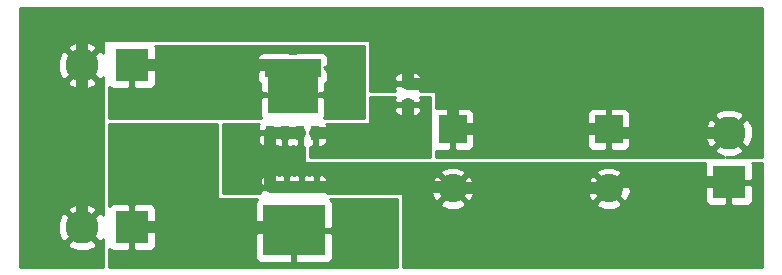
<source format=gbr>
G04 #@! TF.FileFunction,Copper,L1,Top,Signal*
%FSLAX46Y46*%
G04 Gerber Fmt 4.6, Leading zero omitted, Abs format (unit mm)*
G04 Created by KiCad (PCBNEW 4.0.7-e2-6376~58~ubuntu16.04.1) date Mon Dec 18 14:35:32 2017*
%MOMM*%
%LPD*%
G01*
G04 APERTURE LIST*
%ADD10C,0.100000*%
%ADD11R,2.800000X2.800000*%
%ADD12C,2.800000*%
%ADD13R,0.900000X0.600000*%
%ADD14R,0.600000X0.900000*%
%ADD15R,0.700000X1.150000*%
%ADD16R,4.700000X1.550000*%
%ADD17R,4.200000X3.300000*%
%ADD18R,0.620000X0.950000*%
%ADD19R,5.350000X4.330000*%
%ADD20R,1.000000X0.670000*%
%ADD21R,2.400000X2.400000*%
%ADD22C,2.400000*%
%ADD23C,1.000000*%
%ADD24C,0.254000*%
G04 APERTURE END LIST*
D10*
D11*
X99822000Y-71374000D03*
D12*
X95622000Y-71374000D03*
D11*
X99822000Y-85090000D03*
D12*
X95622000Y-85090000D03*
D11*
X150368000Y-81280000D03*
D12*
X150368000Y-77080000D03*
D13*
X112286000Y-74074000D03*
X112286000Y-74924000D03*
X112286000Y-73224000D03*
X114586000Y-74074000D03*
X114586000Y-74924000D03*
X114586000Y-73224000D03*
X113436000Y-73224000D03*
X113436000Y-74924000D03*
D14*
X111556000Y-71374000D03*
X115316000Y-71374000D03*
X112836000Y-71374000D03*
D15*
X112796000Y-77094000D03*
X111526000Y-77094000D03*
X114076000Y-77094000D03*
D16*
X113436000Y-71624000D03*
D17*
X113436000Y-73824000D03*
D15*
X115346000Y-77094000D03*
D14*
X114036000Y-71374000D03*
D13*
X113436000Y-74074000D03*
D18*
X115443000Y-81694000D03*
X114173000Y-81694000D03*
X112903000Y-81694000D03*
X111633000Y-81694000D03*
D19*
X113538000Y-85344000D03*
D20*
X123190000Y-74676000D03*
X123190000Y-72926000D03*
D21*
X127000000Y-76788000D03*
D22*
X127000000Y-81788000D03*
D21*
X140208000Y-76788000D03*
D22*
X140208000Y-81788000D03*
D23*
X113436000Y-71624000D02*
X113436000Y-73824000D01*
X99822000Y-71374000D02*
X113186000Y-71374000D01*
X113186000Y-71374000D02*
X113436000Y-71624000D01*
X126266000Y-72926000D02*
X127000000Y-73660000D01*
X127000000Y-73660000D02*
X127000000Y-76788000D01*
X123190000Y-72926000D02*
X126266000Y-72926000D01*
X140208000Y-76788000D02*
X138008000Y-76788000D01*
X138008000Y-76788000D02*
X127000000Y-76788000D01*
X150368000Y-77080000D02*
X140500000Y-77080000D01*
X140500000Y-77080000D02*
X140208000Y-76788000D01*
X95622000Y-85090000D02*
X95622000Y-83110102D01*
X95622000Y-83110102D02*
X95622000Y-71374000D01*
X95622000Y-71374000D02*
X95622000Y-69394102D01*
X95622000Y-69394102D02*
X97960102Y-67056000D01*
X97960102Y-67056000D02*
X118655000Y-67056000D01*
X118655000Y-67056000D02*
X123190000Y-71591000D01*
X123190000Y-71591000D02*
X123190000Y-72926000D01*
X99822000Y-85090000D02*
X113284000Y-85090000D01*
X113284000Y-85090000D02*
X113538000Y-85344000D01*
X115443000Y-81694000D02*
X126906000Y-81694000D01*
X126906000Y-81694000D02*
X127000000Y-81788000D01*
X140208000Y-81788000D02*
X138510944Y-81788000D01*
X138510944Y-81788000D02*
X127000000Y-81788000D01*
X150368000Y-81280000D02*
X140716000Y-81280000D01*
X140716000Y-81280000D02*
X140208000Y-81788000D01*
X114173000Y-81694000D02*
X115443000Y-81694000D01*
X112903000Y-81694000D02*
X114173000Y-81694000D01*
X111633000Y-81694000D02*
X112903000Y-81694000D01*
X111526000Y-77094000D02*
X111526000Y-81587000D01*
X111526000Y-81587000D02*
X111633000Y-81694000D01*
X112796000Y-77094000D02*
X111526000Y-77094000D01*
X114076000Y-77094000D02*
X112796000Y-77094000D01*
X115346000Y-77094000D02*
X122107000Y-77094000D01*
X122107000Y-77094000D02*
X123190000Y-76011000D01*
X123190000Y-76011000D02*
X123190000Y-74676000D01*
D24*
G36*
X153214000Y-79121000D02*
X150117443Y-79121000D01*
X150817409Y-79105614D01*
X151482545Y-78830106D01*
X151630118Y-78521724D01*
X150368000Y-77259605D01*
X149105882Y-78521724D01*
X149253455Y-78830106D01*
X150001844Y-79121000D01*
X125603000Y-79121000D01*
X125603000Y-78593719D01*
X125673690Y-78623000D01*
X126714250Y-78623000D01*
X126873000Y-78464250D01*
X126873000Y-76915000D01*
X127127000Y-76915000D01*
X127127000Y-78464250D01*
X127285750Y-78623000D01*
X128326310Y-78623000D01*
X128559699Y-78526327D01*
X128738327Y-78347698D01*
X128835000Y-78114309D01*
X128835000Y-77073750D01*
X138373000Y-77073750D01*
X138373000Y-78114309D01*
X138469673Y-78347698D01*
X138648301Y-78526327D01*
X138881690Y-78623000D01*
X139922250Y-78623000D01*
X140081000Y-78464250D01*
X140081000Y-76915000D01*
X140335000Y-76915000D01*
X140335000Y-78464250D01*
X140493750Y-78623000D01*
X141534310Y-78623000D01*
X141767699Y-78526327D01*
X141946327Y-78347698D01*
X142043000Y-78114309D01*
X142043000Y-77073750D01*
X141884250Y-76915000D01*
X140335000Y-76915000D01*
X140081000Y-76915000D01*
X138531750Y-76915000D01*
X138373000Y-77073750D01*
X128835000Y-77073750D01*
X128676250Y-76915000D01*
X127127000Y-76915000D01*
X126873000Y-76915000D01*
X126853000Y-76915000D01*
X126853000Y-76720031D01*
X148324595Y-76720031D01*
X148342386Y-77529409D01*
X148617894Y-78194545D01*
X148926276Y-78342118D01*
X150188395Y-77080000D01*
X150547605Y-77080000D01*
X151809724Y-78342118D01*
X152118106Y-78194545D01*
X152411405Y-77439969D01*
X152393614Y-76630591D01*
X152118106Y-75965455D01*
X151809724Y-75817882D01*
X150547605Y-77080000D01*
X150188395Y-77080000D01*
X148926276Y-75817882D01*
X148617894Y-75965455D01*
X148324595Y-76720031D01*
X126853000Y-76720031D01*
X126853000Y-76661000D01*
X126873000Y-76661000D01*
X126873000Y-75111750D01*
X127127000Y-75111750D01*
X127127000Y-76661000D01*
X128676250Y-76661000D01*
X128835000Y-76502250D01*
X128835000Y-75461691D01*
X138373000Y-75461691D01*
X138373000Y-76502250D01*
X138531750Y-76661000D01*
X140081000Y-76661000D01*
X140081000Y-75111750D01*
X140335000Y-75111750D01*
X140335000Y-76661000D01*
X141884250Y-76661000D01*
X142043000Y-76502250D01*
X142043000Y-75638276D01*
X149105882Y-75638276D01*
X150368000Y-76900395D01*
X151630118Y-75638276D01*
X151482545Y-75329894D01*
X150727969Y-75036595D01*
X149918591Y-75054386D01*
X149253455Y-75329894D01*
X149105882Y-75638276D01*
X142043000Y-75638276D01*
X142043000Y-75461691D01*
X141946327Y-75228302D01*
X141767699Y-75049673D01*
X141534310Y-74953000D01*
X140493750Y-74953000D01*
X140335000Y-75111750D01*
X140081000Y-75111750D01*
X139922250Y-74953000D01*
X138881690Y-74953000D01*
X138648301Y-75049673D01*
X138469673Y-75228302D01*
X138373000Y-75461691D01*
X128835000Y-75461691D01*
X128738327Y-75228302D01*
X128559699Y-75049673D01*
X128326310Y-74953000D01*
X127285750Y-74953000D01*
X127127000Y-75111750D01*
X126873000Y-75111750D01*
X126714250Y-74953000D01*
X125673690Y-74953000D01*
X125603000Y-74982281D01*
X125603000Y-73660000D01*
X125592994Y-73610590D01*
X125564553Y-73568965D01*
X125522159Y-73541685D01*
X125476000Y-73533000D01*
X124264653Y-73533000D01*
X124325000Y-73387309D01*
X124325000Y-73211750D01*
X124166250Y-73053000D01*
X123317000Y-73053000D01*
X123317000Y-73073000D01*
X123063000Y-73073000D01*
X123063000Y-73053000D01*
X122213750Y-73053000D01*
X122055000Y-73211750D01*
X122055000Y-73387309D01*
X122115347Y-73533000D01*
X120015000Y-73533000D01*
X120015000Y-72464691D01*
X122055000Y-72464691D01*
X122055000Y-72640250D01*
X122213750Y-72799000D01*
X123063000Y-72799000D01*
X123063000Y-72114750D01*
X123317000Y-72114750D01*
X123317000Y-72799000D01*
X124166250Y-72799000D01*
X124325000Y-72640250D01*
X124325000Y-72464691D01*
X124228327Y-72231302D01*
X124049699Y-72052673D01*
X123816310Y-71956000D01*
X123475750Y-71956000D01*
X123317000Y-72114750D01*
X123063000Y-72114750D01*
X122904250Y-71956000D01*
X122563690Y-71956000D01*
X122330301Y-72052673D01*
X122151673Y-72231302D01*
X122055000Y-72464691D01*
X120015000Y-72464691D01*
X120015000Y-69342000D01*
X120004994Y-69292590D01*
X119976553Y-69250965D01*
X119934159Y-69223685D01*
X119888000Y-69215000D01*
X97536000Y-69215000D01*
X97486590Y-69225006D01*
X97444965Y-69253447D01*
X97417685Y-69295841D01*
X97409000Y-69342000D01*
X97409000Y-70348525D01*
X97372106Y-70259455D01*
X97063724Y-70111882D01*
X95801605Y-71374000D01*
X97063724Y-72636118D01*
X97372106Y-72488545D01*
X97409000Y-72393627D01*
X97409000Y-84064525D01*
X97372106Y-83975455D01*
X97063724Y-83827882D01*
X95801605Y-85090000D01*
X97063724Y-86352118D01*
X97372106Y-86204545D01*
X97409000Y-86109627D01*
X97409000Y-88444000D01*
X90372000Y-88444000D01*
X90372000Y-86531724D01*
X94359882Y-86531724D01*
X94507455Y-86840106D01*
X95262031Y-87133405D01*
X96071409Y-87115614D01*
X96736545Y-86840106D01*
X96884118Y-86531724D01*
X95622000Y-85269605D01*
X94359882Y-86531724D01*
X90372000Y-86531724D01*
X90372000Y-84730031D01*
X93578595Y-84730031D01*
X93596386Y-85539409D01*
X93871894Y-86204545D01*
X94180276Y-86352118D01*
X95442395Y-85090000D01*
X94180276Y-83827882D01*
X93871894Y-83975455D01*
X93578595Y-84730031D01*
X90372000Y-84730031D01*
X90372000Y-83648276D01*
X94359882Y-83648276D01*
X95622000Y-84910395D01*
X96884118Y-83648276D01*
X96736545Y-83339894D01*
X95981969Y-83046595D01*
X95172591Y-83064386D01*
X94507455Y-83339894D01*
X94359882Y-83648276D01*
X90372000Y-83648276D01*
X90372000Y-72815724D01*
X94359882Y-72815724D01*
X94507455Y-73124106D01*
X95262031Y-73417405D01*
X96071409Y-73399614D01*
X96736545Y-73124106D01*
X96884118Y-72815724D01*
X95622000Y-71553605D01*
X94359882Y-72815724D01*
X90372000Y-72815724D01*
X90372000Y-71014031D01*
X93578595Y-71014031D01*
X93596386Y-71823409D01*
X93871894Y-72488545D01*
X94180276Y-72636118D01*
X95442395Y-71374000D01*
X94180276Y-70111882D01*
X93871894Y-70259455D01*
X93578595Y-71014031D01*
X90372000Y-71014031D01*
X90372000Y-69932276D01*
X94359882Y-69932276D01*
X95622000Y-71194395D01*
X96884118Y-69932276D01*
X96736545Y-69623894D01*
X95981969Y-69330595D01*
X95172591Y-69348386D01*
X94507455Y-69623894D01*
X94359882Y-69932276D01*
X90372000Y-69932276D01*
X90372000Y-66496000D01*
X153214000Y-66496000D01*
X153214000Y-79121000D01*
X153214000Y-79121000D01*
G37*
X153214000Y-79121000D02*
X150117443Y-79121000D01*
X150817409Y-79105614D01*
X151482545Y-78830106D01*
X151630118Y-78521724D01*
X150368000Y-77259605D01*
X149105882Y-78521724D01*
X149253455Y-78830106D01*
X150001844Y-79121000D01*
X125603000Y-79121000D01*
X125603000Y-78593719D01*
X125673690Y-78623000D01*
X126714250Y-78623000D01*
X126873000Y-78464250D01*
X126873000Y-76915000D01*
X127127000Y-76915000D01*
X127127000Y-78464250D01*
X127285750Y-78623000D01*
X128326310Y-78623000D01*
X128559699Y-78526327D01*
X128738327Y-78347698D01*
X128835000Y-78114309D01*
X128835000Y-77073750D01*
X138373000Y-77073750D01*
X138373000Y-78114309D01*
X138469673Y-78347698D01*
X138648301Y-78526327D01*
X138881690Y-78623000D01*
X139922250Y-78623000D01*
X140081000Y-78464250D01*
X140081000Y-76915000D01*
X140335000Y-76915000D01*
X140335000Y-78464250D01*
X140493750Y-78623000D01*
X141534310Y-78623000D01*
X141767699Y-78526327D01*
X141946327Y-78347698D01*
X142043000Y-78114309D01*
X142043000Y-77073750D01*
X141884250Y-76915000D01*
X140335000Y-76915000D01*
X140081000Y-76915000D01*
X138531750Y-76915000D01*
X138373000Y-77073750D01*
X128835000Y-77073750D01*
X128676250Y-76915000D01*
X127127000Y-76915000D01*
X126873000Y-76915000D01*
X126853000Y-76915000D01*
X126853000Y-76720031D01*
X148324595Y-76720031D01*
X148342386Y-77529409D01*
X148617894Y-78194545D01*
X148926276Y-78342118D01*
X150188395Y-77080000D01*
X150547605Y-77080000D01*
X151809724Y-78342118D01*
X152118106Y-78194545D01*
X152411405Y-77439969D01*
X152393614Y-76630591D01*
X152118106Y-75965455D01*
X151809724Y-75817882D01*
X150547605Y-77080000D01*
X150188395Y-77080000D01*
X148926276Y-75817882D01*
X148617894Y-75965455D01*
X148324595Y-76720031D01*
X126853000Y-76720031D01*
X126853000Y-76661000D01*
X126873000Y-76661000D01*
X126873000Y-75111750D01*
X127127000Y-75111750D01*
X127127000Y-76661000D01*
X128676250Y-76661000D01*
X128835000Y-76502250D01*
X128835000Y-75461691D01*
X138373000Y-75461691D01*
X138373000Y-76502250D01*
X138531750Y-76661000D01*
X140081000Y-76661000D01*
X140081000Y-75111750D01*
X140335000Y-75111750D01*
X140335000Y-76661000D01*
X141884250Y-76661000D01*
X142043000Y-76502250D01*
X142043000Y-75638276D01*
X149105882Y-75638276D01*
X150368000Y-76900395D01*
X151630118Y-75638276D01*
X151482545Y-75329894D01*
X150727969Y-75036595D01*
X149918591Y-75054386D01*
X149253455Y-75329894D01*
X149105882Y-75638276D01*
X142043000Y-75638276D01*
X142043000Y-75461691D01*
X141946327Y-75228302D01*
X141767699Y-75049673D01*
X141534310Y-74953000D01*
X140493750Y-74953000D01*
X140335000Y-75111750D01*
X140081000Y-75111750D01*
X139922250Y-74953000D01*
X138881690Y-74953000D01*
X138648301Y-75049673D01*
X138469673Y-75228302D01*
X138373000Y-75461691D01*
X128835000Y-75461691D01*
X128738327Y-75228302D01*
X128559699Y-75049673D01*
X128326310Y-74953000D01*
X127285750Y-74953000D01*
X127127000Y-75111750D01*
X126873000Y-75111750D01*
X126714250Y-74953000D01*
X125673690Y-74953000D01*
X125603000Y-74982281D01*
X125603000Y-73660000D01*
X125592994Y-73610590D01*
X125564553Y-73568965D01*
X125522159Y-73541685D01*
X125476000Y-73533000D01*
X124264653Y-73533000D01*
X124325000Y-73387309D01*
X124325000Y-73211750D01*
X124166250Y-73053000D01*
X123317000Y-73053000D01*
X123317000Y-73073000D01*
X123063000Y-73073000D01*
X123063000Y-73053000D01*
X122213750Y-73053000D01*
X122055000Y-73211750D01*
X122055000Y-73387309D01*
X122115347Y-73533000D01*
X120015000Y-73533000D01*
X120015000Y-72464691D01*
X122055000Y-72464691D01*
X122055000Y-72640250D01*
X122213750Y-72799000D01*
X123063000Y-72799000D01*
X123063000Y-72114750D01*
X123317000Y-72114750D01*
X123317000Y-72799000D01*
X124166250Y-72799000D01*
X124325000Y-72640250D01*
X124325000Y-72464691D01*
X124228327Y-72231302D01*
X124049699Y-72052673D01*
X123816310Y-71956000D01*
X123475750Y-71956000D01*
X123317000Y-72114750D01*
X123063000Y-72114750D01*
X122904250Y-71956000D01*
X122563690Y-71956000D01*
X122330301Y-72052673D01*
X122151673Y-72231302D01*
X122055000Y-72464691D01*
X120015000Y-72464691D01*
X120015000Y-69342000D01*
X120004994Y-69292590D01*
X119976553Y-69250965D01*
X119934159Y-69223685D01*
X119888000Y-69215000D01*
X97536000Y-69215000D01*
X97486590Y-69225006D01*
X97444965Y-69253447D01*
X97417685Y-69295841D01*
X97409000Y-69342000D01*
X97409000Y-70348525D01*
X97372106Y-70259455D01*
X97063724Y-70111882D01*
X95801605Y-71374000D01*
X97063724Y-72636118D01*
X97372106Y-72488545D01*
X97409000Y-72393627D01*
X97409000Y-84064525D01*
X97372106Y-83975455D01*
X97063724Y-83827882D01*
X95801605Y-85090000D01*
X97063724Y-86352118D01*
X97372106Y-86204545D01*
X97409000Y-86109627D01*
X97409000Y-88444000D01*
X90372000Y-88444000D01*
X90372000Y-86531724D01*
X94359882Y-86531724D01*
X94507455Y-86840106D01*
X95262031Y-87133405D01*
X96071409Y-87115614D01*
X96736545Y-86840106D01*
X96884118Y-86531724D01*
X95622000Y-85269605D01*
X94359882Y-86531724D01*
X90372000Y-86531724D01*
X90372000Y-84730031D01*
X93578595Y-84730031D01*
X93596386Y-85539409D01*
X93871894Y-86204545D01*
X94180276Y-86352118D01*
X95442395Y-85090000D01*
X94180276Y-83827882D01*
X93871894Y-83975455D01*
X93578595Y-84730031D01*
X90372000Y-84730031D01*
X90372000Y-83648276D01*
X94359882Y-83648276D01*
X95622000Y-84910395D01*
X96884118Y-83648276D01*
X96736545Y-83339894D01*
X95981969Y-83046595D01*
X95172591Y-83064386D01*
X94507455Y-83339894D01*
X94359882Y-83648276D01*
X90372000Y-83648276D01*
X90372000Y-72815724D01*
X94359882Y-72815724D01*
X94507455Y-73124106D01*
X95262031Y-73417405D01*
X96071409Y-73399614D01*
X96736545Y-73124106D01*
X96884118Y-72815724D01*
X95622000Y-71553605D01*
X94359882Y-72815724D01*
X90372000Y-72815724D01*
X90372000Y-71014031D01*
X93578595Y-71014031D01*
X93596386Y-71823409D01*
X93871894Y-72488545D01*
X94180276Y-72636118D01*
X95442395Y-71374000D01*
X94180276Y-70111882D01*
X93871894Y-70259455D01*
X93578595Y-71014031D01*
X90372000Y-71014031D01*
X90372000Y-69932276D01*
X94359882Y-69932276D01*
X95622000Y-71194395D01*
X96884118Y-69932276D01*
X96736545Y-69623894D01*
X95981969Y-69330595D01*
X95172591Y-69348386D01*
X94507455Y-69623894D01*
X94359882Y-69932276D01*
X90372000Y-69932276D01*
X90372000Y-66496000D01*
X153214000Y-66496000D01*
X153214000Y-79121000D01*
G36*
X107061000Y-82550000D02*
X107071006Y-82599410D01*
X107099447Y-82641035D01*
X107141841Y-82668315D01*
X107188000Y-82677000D01*
X110466974Y-82677000D01*
X110324673Y-82819302D01*
X110228000Y-83052691D01*
X110228000Y-85058250D01*
X110386750Y-85217000D01*
X113411000Y-85217000D01*
X113411000Y-85197000D01*
X113665000Y-85197000D01*
X113665000Y-85217000D01*
X116689250Y-85217000D01*
X116848000Y-85058250D01*
X116848000Y-83052691D01*
X116751327Y-82819302D01*
X116609026Y-82677000D01*
X122301000Y-82677000D01*
X122301000Y-88444000D01*
X97917000Y-88444000D01*
X97917000Y-86883025D01*
X98062301Y-87028327D01*
X98295690Y-87125000D01*
X99536250Y-87125000D01*
X99695000Y-86966250D01*
X99695000Y-85217000D01*
X99949000Y-85217000D01*
X99949000Y-86966250D01*
X100107750Y-87125000D01*
X101348310Y-87125000D01*
X101581699Y-87028327D01*
X101760327Y-86849698D01*
X101857000Y-86616309D01*
X101857000Y-85629750D01*
X110228000Y-85629750D01*
X110228000Y-87635309D01*
X110324673Y-87868698D01*
X110503301Y-88047327D01*
X110736690Y-88144000D01*
X113252250Y-88144000D01*
X113411000Y-87985250D01*
X113411000Y-85471000D01*
X113665000Y-85471000D01*
X113665000Y-87985250D01*
X113823750Y-88144000D01*
X116339310Y-88144000D01*
X116572699Y-88047327D01*
X116751327Y-87868698D01*
X116848000Y-87635309D01*
X116848000Y-85629750D01*
X116689250Y-85471000D01*
X113665000Y-85471000D01*
X113411000Y-85471000D01*
X110386750Y-85471000D01*
X110228000Y-85629750D01*
X101857000Y-85629750D01*
X101857000Y-85375750D01*
X101698250Y-85217000D01*
X99949000Y-85217000D01*
X99695000Y-85217000D01*
X99675000Y-85217000D01*
X99675000Y-84963000D01*
X99695000Y-84963000D01*
X99695000Y-83213750D01*
X99949000Y-83213750D01*
X99949000Y-84963000D01*
X101698250Y-84963000D01*
X101857000Y-84804250D01*
X101857000Y-83563691D01*
X101760327Y-83330302D01*
X101581699Y-83151673D01*
X101348310Y-83055000D01*
X100107750Y-83055000D01*
X99949000Y-83213750D01*
X99695000Y-83213750D01*
X99536250Y-83055000D01*
X98295690Y-83055000D01*
X98062301Y-83151673D01*
X97917000Y-83296975D01*
X97917000Y-76327000D01*
X107061000Y-76327000D01*
X107061000Y-82550000D01*
X107061000Y-82550000D01*
G37*
X107061000Y-82550000D02*
X107071006Y-82599410D01*
X107099447Y-82641035D01*
X107141841Y-82668315D01*
X107188000Y-82677000D01*
X110466974Y-82677000D01*
X110324673Y-82819302D01*
X110228000Y-83052691D01*
X110228000Y-85058250D01*
X110386750Y-85217000D01*
X113411000Y-85217000D01*
X113411000Y-85197000D01*
X113665000Y-85197000D01*
X113665000Y-85217000D01*
X116689250Y-85217000D01*
X116848000Y-85058250D01*
X116848000Y-83052691D01*
X116751327Y-82819302D01*
X116609026Y-82677000D01*
X122301000Y-82677000D01*
X122301000Y-88444000D01*
X97917000Y-88444000D01*
X97917000Y-86883025D01*
X98062301Y-87028327D01*
X98295690Y-87125000D01*
X99536250Y-87125000D01*
X99695000Y-86966250D01*
X99695000Y-85217000D01*
X99949000Y-85217000D01*
X99949000Y-86966250D01*
X100107750Y-87125000D01*
X101348310Y-87125000D01*
X101581699Y-87028327D01*
X101760327Y-86849698D01*
X101857000Y-86616309D01*
X101857000Y-85629750D01*
X110228000Y-85629750D01*
X110228000Y-87635309D01*
X110324673Y-87868698D01*
X110503301Y-88047327D01*
X110736690Y-88144000D01*
X113252250Y-88144000D01*
X113411000Y-87985250D01*
X113411000Y-85471000D01*
X113665000Y-85471000D01*
X113665000Y-87985250D01*
X113823750Y-88144000D01*
X116339310Y-88144000D01*
X116572699Y-88047327D01*
X116751327Y-87868698D01*
X116848000Y-87635309D01*
X116848000Y-85629750D01*
X116689250Y-85471000D01*
X113665000Y-85471000D01*
X113411000Y-85471000D01*
X110386750Y-85471000D01*
X110228000Y-85629750D01*
X101857000Y-85629750D01*
X101857000Y-85375750D01*
X101698250Y-85217000D01*
X99949000Y-85217000D01*
X99695000Y-85217000D01*
X99675000Y-85217000D01*
X99675000Y-84963000D01*
X99695000Y-84963000D01*
X99695000Y-83213750D01*
X99949000Y-83213750D01*
X99949000Y-84963000D01*
X101698250Y-84963000D01*
X101857000Y-84804250D01*
X101857000Y-83563691D01*
X101760327Y-83330302D01*
X101581699Y-83151673D01*
X101348310Y-83055000D01*
X100107750Y-83055000D01*
X99949000Y-83213750D01*
X99695000Y-83213750D01*
X99536250Y-83055000D01*
X98295690Y-83055000D01*
X98062301Y-83151673D01*
X97917000Y-83296975D01*
X97917000Y-76327000D01*
X107061000Y-76327000D01*
X107061000Y-82550000D01*
G36*
X119507000Y-75819000D02*
X116080416Y-75819000D01*
X116171000Y-75600310D01*
X116171000Y-74109750D01*
X116012250Y-73951000D01*
X115671000Y-73951000D01*
X115671000Y-73946998D01*
X115512252Y-73946998D01*
X115671000Y-73788250D01*
X115671000Y-73697000D01*
X116012250Y-73697000D01*
X116171000Y-73538250D01*
X116171000Y-72912025D01*
X116324327Y-72758699D01*
X116421000Y-72525310D01*
X116421000Y-71909750D01*
X116262250Y-71751000D01*
X116251000Y-71751000D01*
X116251000Y-71659750D01*
X116092252Y-71501002D01*
X116251000Y-71501002D01*
X116251000Y-71497000D01*
X116262250Y-71497000D01*
X116421000Y-71338250D01*
X116421000Y-70722690D01*
X116324327Y-70489301D01*
X116145698Y-70310673D01*
X115912309Y-70214000D01*
X113721750Y-70214000D01*
X113646750Y-70289000D01*
X113609691Y-70289000D01*
X113436000Y-70360945D01*
X113262309Y-70289000D01*
X113225250Y-70289000D01*
X113150250Y-70214000D01*
X110959691Y-70214000D01*
X110726302Y-70310673D01*
X110547673Y-70489301D01*
X110451000Y-70722690D01*
X110451000Y-71338250D01*
X110609750Y-71497000D01*
X110621000Y-71497000D01*
X110621000Y-71501002D01*
X110779748Y-71501002D01*
X110621000Y-71659750D01*
X110621000Y-71751000D01*
X110609750Y-71751000D01*
X110451000Y-71909750D01*
X110451000Y-72525310D01*
X110547673Y-72758699D01*
X110701000Y-72912025D01*
X110701000Y-73538250D01*
X110859750Y-73697000D01*
X111201000Y-73697000D01*
X111201000Y-73788250D01*
X111359748Y-73946998D01*
X111201000Y-73946998D01*
X111201000Y-73951000D01*
X110859750Y-73951000D01*
X110701000Y-74109750D01*
X110701000Y-75600310D01*
X110791584Y-75819000D01*
X97917000Y-75819000D01*
X97917000Y-73167025D01*
X98062301Y-73312327D01*
X98295690Y-73409000D01*
X99536250Y-73409000D01*
X99695000Y-73250250D01*
X99695000Y-71501000D01*
X99949000Y-71501000D01*
X99949000Y-73250250D01*
X100107750Y-73409000D01*
X101348310Y-73409000D01*
X101581699Y-73312327D01*
X101760327Y-73133698D01*
X101857000Y-72900309D01*
X101857000Y-71659750D01*
X101698250Y-71501000D01*
X99949000Y-71501000D01*
X99695000Y-71501000D01*
X99675000Y-71501000D01*
X99675000Y-71247000D01*
X99695000Y-71247000D01*
X99695000Y-71227000D01*
X99949000Y-71227000D01*
X99949000Y-71247000D01*
X101698250Y-71247000D01*
X101857000Y-71088250D01*
X101857000Y-69847691D01*
X101805351Y-69723000D01*
X119507000Y-69723000D01*
X119507000Y-75819000D01*
X119507000Y-75819000D01*
G37*
X119507000Y-75819000D02*
X116080416Y-75819000D01*
X116171000Y-75600310D01*
X116171000Y-74109750D01*
X116012250Y-73951000D01*
X115671000Y-73951000D01*
X115671000Y-73946998D01*
X115512252Y-73946998D01*
X115671000Y-73788250D01*
X115671000Y-73697000D01*
X116012250Y-73697000D01*
X116171000Y-73538250D01*
X116171000Y-72912025D01*
X116324327Y-72758699D01*
X116421000Y-72525310D01*
X116421000Y-71909750D01*
X116262250Y-71751000D01*
X116251000Y-71751000D01*
X116251000Y-71659750D01*
X116092252Y-71501002D01*
X116251000Y-71501002D01*
X116251000Y-71497000D01*
X116262250Y-71497000D01*
X116421000Y-71338250D01*
X116421000Y-70722690D01*
X116324327Y-70489301D01*
X116145698Y-70310673D01*
X115912309Y-70214000D01*
X113721750Y-70214000D01*
X113646750Y-70289000D01*
X113609691Y-70289000D01*
X113436000Y-70360945D01*
X113262309Y-70289000D01*
X113225250Y-70289000D01*
X113150250Y-70214000D01*
X110959691Y-70214000D01*
X110726302Y-70310673D01*
X110547673Y-70489301D01*
X110451000Y-70722690D01*
X110451000Y-71338250D01*
X110609750Y-71497000D01*
X110621000Y-71497000D01*
X110621000Y-71501002D01*
X110779748Y-71501002D01*
X110621000Y-71659750D01*
X110621000Y-71751000D01*
X110609750Y-71751000D01*
X110451000Y-71909750D01*
X110451000Y-72525310D01*
X110547673Y-72758699D01*
X110701000Y-72912025D01*
X110701000Y-73538250D01*
X110859750Y-73697000D01*
X111201000Y-73697000D01*
X111201000Y-73788250D01*
X111359748Y-73946998D01*
X111201000Y-73946998D01*
X111201000Y-73951000D01*
X110859750Y-73951000D01*
X110701000Y-74109750D01*
X110701000Y-75600310D01*
X110791584Y-75819000D01*
X97917000Y-75819000D01*
X97917000Y-73167025D01*
X98062301Y-73312327D01*
X98295690Y-73409000D01*
X99536250Y-73409000D01*
X99695000Y-73250250D01*
X99695000Y-71501000D01*
X99949000Y-71501000D01*
X99949000Y-73250250D01*
X100107750Y-73409000D01*
X101348310Y-73409000D01*
X101581699Y-73312327D01*
X101760327Y-73133698D01*
X101857000Y-72900309D01*
X101857000Y-71659750D01*
X101698250Y-71501000D01*
X99949000Y-71501000D01*
X99695000Y-71501000D01*
X99675000Y-71501000D01*
X99675000Y-71247000D01*
X99695000Y-71247000D01*
X99695000Y-71227000D01*
X99949000Y-71227000D01*
X99949000Y-71247000D01*
X101698250Y-71247000D01*
X101857000Y-71088250D01*
X101857000Y-69847691D01*
X101805351Y-69723000D01*
X119507000Y-69723000D01*
X119507000Y-75819000D01*
G36*
X113501000Y-73788250D02*
X113563000Y-73850250D01*
X113563000Y-73971000D01*
X113309000Y-73971000D01*
X113309000Y-73850250D01*
X113371000Y-73788250D01*
X113371000Y-73677000D01*
X113501000Y-73677000D01*
X113501000Y-73788250D01*
X113501000Y-73788250D01*
G37*
X113501000Y-73788250D02*
X113563000Y-73850250D01*
X113563000Y-73971000D01*
X113309000Y-73971000D01*
X113309000Y-73850250D01*
X113371000Y-73788250D01*
X113371000Y-73677000D01*
X113501000Y-73677000D01*
X113501000Y-73788250D01*
G36*
X122055000Y-74214691D02*
X122055000Y-74390250D01*
X122213750Y-74549000D01*
X123063000Y-74549000D01*
X123063000Y-74529000D01*
X123317000Y-74529000D01*
X123317000Y-74549000D01*
X124166250Y-74549000D01*
X124325000Y-74390250D01*
X124325000Y-74214691D01*
X124253055Y-74041000D01*
X125095000Y-74041000D01*
X125095000Y-79121000D01*
X114935000Y-79121000D01*
X114935000Y-78304000D01*
X115060250Y-78304000D01*
X115219000Y-78145250D01*
X115219000Y-77221000D01*
X115473000Y-77221000D01*
X115473000Y-78145250D01*
X115631750Y-78304000D01*
X115822309Y-78304000D01*
X116055698Y-78207327D01*
X116234327Y-78028699D01*
X116331000Y-77795310D01*
X116331000Y-77379750D01*
X116172250Y-77221000D01*
X115473000Y-77221000D01*
X115219000Y-77221000D01*
X115199000Y-77221000D01*
X115199000Y-76967000D01*
X115219000Y-76967000D01*
X115219000Y-76947000D01*
X115473000Y-76947000D01*
X115473000Y-76967000D01*
X116172250Y-76967000D01*
X116331000Y-76808250D01*
X116331000Y-76392690D01*
X116303790Y-76327000D01*
X119888000Y-76327000D01*
X119937410Y-76316994D01*
X119979035Y-76288553D01*
X120006315Y-76246159D01*
X120015000Y-76200000D01*
X120015000Y-74961750D01*
X122055000Y-74961750D01*
X122055000Y-75137309D01*
X122151673Y-75370698D01*
X122330301Y-75549327D01*
X122563690Y-75646000D01*
X122904250Y-75646000D01*
X123063000Y-75487250D01*
X123063000Y-74803000D01*
X123317000Y-74803000D01*
X123317000Y-75487250D01*
X123475750Y-75646000D01*
X123816310Y-75646000D01*
X124049699Y-75549327D01*
X124228327Y-75370698D01*
X124325000Y-75137309D01*
X124325000Y-74961750D01*
X124166250Y-74803000D01*
X123317000Y-74803000D01*
X123063000Y-74803000D01*
X122213750Y-74803000D01*
X122055000Y-74961750D01*
X120015000Y-74961750D01*
X120015000Y-74041000D01*
X122126945Y-74041000D01*
X122055000Y-74214691D01*
X122055000Y-74214691D01*
G37*
X122055000Y-74214691D02*
X122055000Y-74390250D01*
X122213750Y-74549000D01*
X123063000Y-74549000D01*
X123063000Y-74529000D01*
X123317000Y-74529000D01*
X123317000Y-74549000D01*
X124166250Y-74549000D01*
X124325000Y-74390250D01*
X124325000Y-74214691D01*
X124253055Y-74041000D01*
X125095000Y-74041000D01*
X125095000Y-79121000D01*
X114935000Y-79121000D01*
X114935000Y-78304000D01*
X115060250Y-78304000D01*
X115219000Y-78145250D01*
X115219000Y-77221000D01*
X115473000Y-77221000D01*
X115473000Y-78145250D01*
X115631750Y-78304000D01*
X115822309Y-78304000D01*
X116055698Y-78207327D01*
X116234327Y-78028699D01*
X116331000Y-77795310D01*
X116331000Y-77379750D01*
X116172250Y-77221000D01*
X115473000Y-77221000D01*
X115219000Y-77221000D01*
X115199000Y-77221000D01*
X115199000Y-76967000D01*
X115219000Y-76967000D01*
X115219000Y-76947000D01*
X115473000Y-76947000D01*
X115473000Y-76967000D01*
X116172250Y-76967000D01*
X116331000Y-76808250D01*
X116331000Y-76392690D01*
X116303790Y-76327000D01*
X119888000Y-76327000D01*
X119937410Y-76316994D01*
X119979035Y-76288553D01*
X120006315Y-76246159D01*
X120015000Y-76200000D01*
X120015000Y-74961750D01*
X122055000Y-74961750D01*
X122055000Y-75137309D01*
X122151673Y-75370698D01*
X122330301Y-75549327D01*
X122563690Y-75646000D01*
X122904250Y-75646000D01*
X123063000Y-75487250D01*
X123063000Y-74803000D01*
X123317000Y-74803000D01*
X123317000Y-75487250D01*
X123475750Y-75646000D01*
X123816310Y-75646000D01*
X124049699Y-75549327D01*
X124228327Y-75370698D01*
X124325000Y-75137309D01*
X124325000Y-74961750D01*
X124166250Y-74803000D01*
X123317000Y-74803000D01*
X123063000Y-74803000D01*
X122213750Y-74803000D01*
X122055000Y-74961750D01*
X120015000Y-74961750D01*
X120015000Y-74041000D01*
X122126945Y-74041000D01*
X122055000Y-74214691D01*
G36*
X110541000Y-76392690D02*
X110541000Y-76808250D01*
X110699750Y-76967000D01*
X111399000Y-76967000D01*
X111399000Y-76947000D01*
X111653000Y-76947000D01*
X111653000Y-76967000D01*
X112669000Y-76967000D01*
X112669000Y-76947000D01*
X112923000Y-76947000D01*
X112923000Y-76967000D01*
X113949000Y-76967000D01*
X113949000Y-76947000D01*
X114203000Y-76947000D01*
X114203000Y-76967000D01*
X114223000Y-76967000D01*
X114223000Y-77221000D01*
X114203000Y-77221000D01*
X114203000Y-78145250D01*
X114361750Y-78304000D01*
X114427000Y-78304000D01*
X114427000Y-79502000D01*
X114437006Y-79551410D01*
X114465447Y-79593035D01*
X114507841Y-79620315D01*
X114554000Y-79629000D01*
X148384648Y-79629000D01*
X148333000Y-79753690D01*
X148333000Y-80994250D01*
X148491750Y-81153000D01*
X150241000Y-81153000D01*
X150241000Y-81133000D01*
X150495000Y-81133000D01*
X150495000Y-81153000D01*
X152244250Y-81153000D01*
X152403000Y-80994250D01*
X152403000Y-79753690D01*
X152351352Y-79629000D01*
X153214000Y-79629000D01*
X153214000Y-88444000D01*
X122809000Y-88444000D01*
X122809000Y-83085175D01*
X125882430Y-83085175D01*
X126005565Y-83372788D01*
X126687734Y-83632707D01*
X127417443Y-83611786D01*
X127994435Y-83372788D01*
X128117570Y-83085175D01*
X139090430Y-83085175D01*
X139213565Y-83372788D01*
X139895734Y-83632707D01*
X140625443Y-83611786D01*
X141202435Y-83372788D01*
X141325570Y-83085175D01*
X140208000Y-81967605D01*
X139090430Y-83085175D01*
X128117570Y-83085175D01*
X127000000Y-81967605D01*
X125882430Y-83085175D01*
X122809000Y-83085175D01*
X122809000Y-82296000D01*
X122798994Y-82246590D01*
X122770553Y-82204965D01*
X122728159Y-82177685D01*
X122682000Y-82169000D01*
X116388000Y-82169000D01*
X116388000Y-81979750D01*
X116229250Y-81821000D01*
X115570000Y-81821000D01*
X115570000Y-81841000D01*
X115316000Y-81841000D01*
X115316000Y-81821000D01*
X114300000Y-81821000D01*
X114300000Y-81841000D01*
X114046000Y-81841000D01*
X114046000Y-81821000D01*
X113030000Y-81821000D01*
X113030000Y-81841000D01*
X112776000Y-81841000D01*
X112776000Y-81821000D01*
X111760000Y-81821000D01*
X111760000Y-81841000D01*
X111506000Y-81841000D01*
X111506000Y-81821000D01*
X110846750Y-81821000D01*
X110688000Y-81979750D01*
X110688000Y-82169000D01*
X107569000Y-82169000D01*
X107569000Y-81092691D01*
X110688000Y-81092691D01*
X110688000Y-81408250D01*
X110846750Y-81567000D01*
X111506000Y-81567000D01*
X111506000Y-80742750D01*
X111760000Y-80742750D01*
X111760000Y-81567000D01*
X112776000Y-81567000D01*
X112776000Y-80742750D01*
X113030000Y-80742750D01*
X113030000Y-81567000D01*
X114046000Y-81567000D01*
X114046000Y-80742750D01*
X114300000Y-80742750D01*
X114300000Y-81567000D01*
X115316000Y-81567000D01*
X115316000Y-80742750D01*
X115570000Y-80742750D01*
X115570000Y-81567000D01*
X116229250Y-81567000D01*
X116320516Y-81475734D01*
X125155293Y-81475734D01*
X125176214Y-82205443D01*
X125415212Y-82782435D01*
X125702825Y-82905570D01*
X126820395Y-81788000D01*
X127179605Y-81788000D01*
X128297175Y-82905570D01*
X128584788Y-82782435D01*
X128844707Y-82100266D01*
X128826802Y-81475734D01*
X138363293Y-81475734D01*
X138384214Y-82205443D01*
X138623212Y-82782435D01*
X138910825Y-82905570D01*
X140028395Y-81788000D01*
X140387605Y-81788000D01*
X141505175Y-82905570D01*
X141792788Y-82782435D01*
X142052707Y-82100266D01*
X142037383Y-81565750D01*
X148333000Y-81565750D01*
X148333000Y-82806310D01*
X148429673Y-83039699D01*
X148608302Y-83218327D01*
X148841691Y-83315000D01*
X150082250Y-83315000D01*
X150241000Y-83156250D01*
X150241000Y-81407000D01*
X150495000Y-81407000D01*
X150495000Y-83156250D01*
X150653750Y-83315000D01*
X151894309Y-83315000D01*
X152127698Y-83218327D01*
X152306327Y-83039699D01*
X152403000Y-82806310D01*
X152403000Y-81565750D01*
X152244250Y-81407000D01*
X150495000Y-81407000D01*
X150241000Y-81407000D01*
X148491750Y-81407000D01*
X148333000Y-81565750D01*
X142037383Y-81565750D01*
X142031786Y-81370557D01*
X141792788Y-80793565D01*
X141505175Y-80670430D01*
X140387605Y-81788000D01*
X140028395Y-81788000D01*
X138910825Y-80670430D01*
X138623212Y-80793565D01*
X138363293Y-81475734D01*
X128826802Y-81475734D01*
X128823786Y-81370557D01*
X128584788Y-80793565D01*
X128297175Y-80670430D01*
X127179605Y-81788000D01*
X126820395Y-81788000D01*
X125702825Y-80670430D01*
X125415212Y-80793565D01*
X125155293Y-81475734D01*
X116320516Y-81475734D01*
X116388000Y-81408250D01*
X116388000Y-81092691D01*
X116291327Y-80859302D01*
X116112699Y-80680673D01*
X115879310Y-80584000D01*
X115728750Y-80584000D01*
X115570000Y-80742750D01*
X115316000Y-80742750D01*
X115157250Y-80584000D01*
X115006690Y-80584000D01*
X114808000Y-80666300D01*
X114609310Y-80584000D01*
X114458750Y-80584000D01*
X114300000Y-80742750D01*
X114046000Y-80742750D01*
X113887250Y-80584000D01*
X113736690Y-80584000D01*
X113538000Y-80666300D01*
X113339310Y-80584000D01*
X113188750Y-80584000D01*
X113030000Y-80742750D01*
X112776000Y-80742750D01*
X112617250Y-80584000D01*
X112466690Y-80584000D01*
X112268000Y-80666300D01*
X112069310Y-80584000D01*
X111918750Y-80584000D01*
X111760000Y-80742750D01*
X111506000Y-80742750D01*
X111347250Y-80584000D01*
X111196690Y-80584000D01*
X110963301Y-80680673D01*
X110784673Y-80859302D01*
X110688000Y-81092691D01*
X107569000Y-81092691D01*
X107569000Y-80490825D01*
X125882430Y-80490825D01*
X127000000Y-81608395D01*
X128117570Y-80490825D01*
X139090430Y-80490825D01*
X140208000Y-81608395D01*
X141325570Y-80490825D01*
X141202435Y-80203212D01*
X140520266Y-79943293D01*
X139790557Y-79964214D01*
X139213565Y-80203212D01*
X139090430Y-80490825D01*
X128117570Y-80490825D01*
X127994435Y-80203212D01*
X127312266Y-79943293D01*
X126582557Y-79964214D01*
X126005565Y-80203212D01*
X125882430Y-80490825D01*
X107569000Y-80490825D01*
X107569000Y-77379750D01*
X110541000Y-77379750D01*
X110541000Y-77795310D01*
X110637673Y-78028699D01*
X110816302Y-78207327D01*
X111049691Y-78304000D01*
X111240250Y-78304000D01*
X111399000Y-78145250D01*
X111399000Y-77221000D01*
X111653000Y-77221000D01*
X111653000Y-78145250D01*
X111811750Y-78304000D01*
X112002309Y-78304000D01*
X112161000Y-78238268D01*
X112319691Y-78304000D01*
X112510250Y-78304000D01*
X112669000Y-78145250D01*
X112669000Y-77221000D01*
X112923000Y-77221000D01*
X112923000Y-78145250D01*
X113081750Y-78304000D01*
X113272309Y-78304000D01*
X113436000Y-78236197D01*
X113599691Y-78304000D01*
X113790250Y-78304000D01*
X113949000Y-78145250D01*
X113949000Y-77221000D01*
X112923000Y-77221000D01*
X112669000Y-77221000D01*
X111653000Y-77221000D01*
X111399000Y-77221000D01*
X110699750Y-77221000D01*
X110541000Y-77379750D01*
X107569000Y-77379750D01*
X107569000Y-76327000D01*
X110568210Y-76327000D01*
X110541000Y-76392690D01*
X110541000Y-76392690D01*
G37*
X110541000Y-76392690D02*
X110541000Y-76808250D01*
X110699750Y-76967000D01*
X111399000Y-76967000D01*
X111399000Y-76947000D01*
X111653000Y-76947000D01*
X111653000Y-76967000D01*
X112669000Y-76967000D01*
X112669000Y-76947000D01*
X112923000Y-76947000D01*
X112923000Y-76967000D01*
X113949000Y-76967000D01*
X113949000Y-76947000D01*
X114203000Y-76947000D01*
X114203000Y-76967000D01*
X114223000Y-76967000D01*
X114223000Y-77221000D01*
X114203000Y-77221000D01*
X114203000Y-78145250D01*
X114361750Y-78304000D01*
X114427000Y-78304000D01*
X114427000Y-79502000D01*
X114437006Y-79551410D01*
X114465447Y-79593035D01*
X114507841Y-79620315D01*
X114554000Y-79629000D01*
X148384648Y-79629000D01*
X148333000Y-79753690D01*
X148333000Y-80994250D01*
X148491750Y-81153000D01*
X150241000Y-81153000D01*
X150241000Y-81133000D01*
X150495000Y-81133000D01*
X150495000Y-81153000D01*
X152244250Y-81153000D01*
X152403000Y-80994250D01*
X152403000Y-79753690D01*
X152351352Y-79629000D01*
X153214000Y-79629000D01*
X153214000Y-88444000D01*
X122809000Y-88444000D01*
X122809000Y-83085175D01*
X125882430Y-83085175D01*
X126005565Y-83372788D01*
X126687734Y-83632707D01*
X127417443Y-83611786D01*
X127994435Y-83372788D01*
X128117570Y-83085175D01*
X139090430Y-83085175D01*
X139213565Y-83372788D01*
X139895734Y-83632707D01*
X140625443Y-83611786D01*
X141202435Y-83372788D01*
X141325570Y-83085175D01*
X140208000Y-81967605D01*
X139090430Y-83085175D01*
X128117570Y-83085175D01*
X127000000Y-81967605D01*
X125882430Y-83085175D01*
X122809000Y-83085175D01*
X122809000Y-82296000D01*
X122798994Y-82246590D01*
X122770553Y-82204965D01*
X122728159Y-82177685D01*
X122682000Y-82169000D01*
X116388000Y-82169000D01*
X116388000Y-81979750D01*
X116229250Y-81821000D01*
X115570000Y-81821000D01*
X115570000Y-81841000D01*
X115316000Y-81841000D01*
X115316000Y-81821000D01*
X114300000Y-81821000D01*
X114300000Y-81841000D01*
X114046000Y-81841000D01*
X114046000Y-81821000D01*
X113030000Y-81821000D01*
X113030000Y-81841000D01*
X112776000Y-81841000D01*
X112776000Y-81821000D01*
X111760000Y-81821000D01*
X111760000Y-81841000D01*
X111506000Y-81841000D01*
X111506000Y-81821000D01*
X110846750Y-81821000D01*
X110688000Y-81979750D01*
X110688000Y-82169000D01*
X107569000Y-82169000D01*
X107569000Y-81092691D01*
X110688000Y-81092691D01*
X110688000Y-81408250D01*
X110846750Y-81567000D01*
X111506000Y-81567000D01*
X111506000Y-80742750D01*
X111760000Y-80742750D01*
X111760000Y-81567000D01*
X112776000Y-81567000D01*
X112776000Y-80742750D01*
X113030000Y-80742750D01*
X113030000Y-81567000D01*
X114046000Y-81567000D01*
X114046000Y-80742750D01*
X114300000Y-80742750D01*
X114300000Y-81567000D01*
X115316000Y-81567000D01*
X115316000Y-80742750D01*
X115570000Y-80742750D01*
X115570000Y-81567000D01*
X116229250Y-81567000D01*
X116320516Y-81475734D01*
X125155293Y-81475734D01*
X125176214Y-82205443D01*
X125415212Y-82782435D01*
X125702825Y-82905570D01*
X126820395Y-81788000D01*
X127179605Y-81788000D01*
X128297175Y-82905570D01*
X128584788Y-82782435D01*
X128844707Y-82100266D01*
X128826802Y-81475734D01*
X138363293Y-81475734D01*
X138384214Y-82205443D01*
X138623212Y-82782435D01*
X138910825Y-82905570D01*
X140028395Y-81788000D01*
X140387605Y-81788000D01*
X141505175Y-82905570D01*
X141792788Y-82782435D01*
X142052707Y-82100266D01*
X142037383Y-81565750D01*
X148333000Y-81565750D01*
X148333000Y-82806310D01*
X148429673Y-83039699D01*
X148608302Y-83218327D01*
X148841691Y-83315000D01*
X150082250Y-83315000D01*
X150241000Y-83156250D01*
X150241000Y-81407000D01*
X150495000Y-81407000D01*
X150495000Y-83156250D01*
X150653750Y-83315000D01*
X151894309Y-83315000D01*
X152127698Y-83218327D01*
X152306327Y-83039699D01*
X152403000Y-82806310D01*
X152403000Y-81565750D01*
X152244250Y-81407000D01*
X150495000Y-81407000D01*
X150241000Y-81407000D01*
X148491750Y-81407000D01*
X148333000Y-81565750D01*
X142037383Y-81565750D01*
X142031786Y-81370557D01*
X141792788Y-80793565D01*
X141505175Y-80670430D01*
X140387605Y-81788000D01*
X140028395Y-81788000D01*
X138910825Y-80670430D01*
X138623212Y-80793565D01*
X138363293Y-81475734D01*
X128826802Y-81475734D01*
X128823786Y-81370557D01*
X128584788Y-80793565D01*
X128297175Y-80670430D01*
X127179605Y-81788000D01*
X126820395Y-81788000D01*
X125702825Y-80670430D01*
X125415212Y-80793565D01*
X125155293Y-81475734D01*
X116320516Y-81475734D01*
X116388000Y-81408250D01*
X116388000Y-81092691D01*
X116291327Y-80859302D01*
X116112699Y-80680673D01*
X115879310Y-80584000D01*
X115728750Y-80584000D01*
X115570000Y-80742750D01*
X115316000Y-80742750D01*
X115157250Y-80584000D01*
X115006690Y-80584000D01*
X114808000Y-80666300D01*
X114609310Y-80584000D01*
X114458750Y-80584000D01*
X114300000Y-80742750D01*
X114046000Y-80742750D01*
X113887250Y-80584000D01*
X113736690Y-80584000D01*
X113538000Y-80666300D01*
X113339310Y-80584000D01*
X113188750Y-80584000D01*
X113030000Y-80742750D01*
X112776000Y-80742750D01*
X112617250Y-80584000D01*
X112466690Y-80584000D01*
X112268000Y-80666300D01*
X112069310Y-80584000D01*
X111918750Y-80584000D01*
X111760000Y-80742750D01*
X111506000Y-80742750D01*
X111347250Y-80584000D01*
X111196690Y-80584000D01*
X110963301Y-80680673D01*
X110784673Y-80859302D01*
X110688000Y-81092691D01*
X107569000Y-81092691D01*
X107569000Y-80490825D01*
X125882430Y-80490825D01*
X127000000Y-81608395D01*
X128117570Y-80490825D01*
X139090430Y-80490825D01*
X140208000Y-81608395D01*
X141325570Y-80490825D01*
X141202435Y-80203212D01*
X140520266Y-79943293D01*
X139790557Y-79964214D01*
X139213565Y-80203212D01*
X139090430Y-80490825D01*
X128117570Y-80490825D01*
X127994435Y-80203212D01*
X127312266Y-79943293D01*
X126582557Y-79964214D01*
X126005565Y-80203212D01*
X125882430Y-80490825D01*
X107569000Y-80490825D01*
X107569000Y-77379750D01*
X110541000Y-77379750D01*
X110541000Y-77795310D01*
X110637673Y-78028699D01*
X110816302Y-78207327D01*
X111049691Y-78304000D01*
X111240250Y-78304000D01*
X111399000Y-78145250D01*
X111399000Y-77221000D01*
X111653000Y-77221000D01*
X111653000Y-78145250D01*
X111811750Y-78304000D01*
X112002309Y-78304000D01*
X112161000Y-78238268D01*
X112319691Y-78304000D01*
X112510250Y-78304000D01*
X112669000Y-78145250D01*
X112669000Y-77221000D01*
X112923000Y-77221000D01*
X112923000Y-78145250D01*
X113081750Y-78304000D01*
X113272309Y-78304000D01*
X113436000Y-78236197D01*
X113599691Y-78304000D01*
X113790250Y-78304000D01*
X113949000Y-78145250D01*
X113949000Y-77221000D01*
X112923000Y-77221000D01*
X112669000Y-77221000D01*
X111653000Y-77221000D01*
X111399000Y-77221000D01*
X110699750Y-77221000D01*
X110541000Y-77379750D01*
X107569000Y-77379750D01*
X107569000Y-76327000D01*
X110568210Y-76327000D01*
X110541000Y-76392690D01*
M02*

</source>
